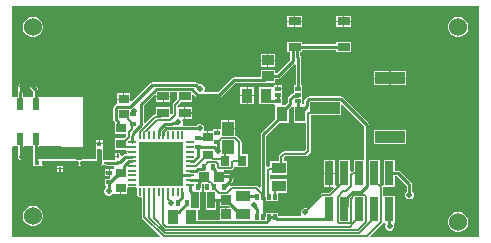
<source format=gtl>
G04*
G04 #@! TF.GenerationSoftware,Altium Limited,Altium Designer,23.5.1 (21)*
G04*
G04 Layer_Physical_Order=1*
G04 Layer_Color=255*
%FSLAX25Y25*%
%MOIN*%
G70*
G04*
G04 #@! TF.SameCoordinates,F3818A2F-99DD-4422-A772-264FF04CB145*
G04*
G04*
G04 #@! TF.FilePolarity,Positive*
G04*
G01*
G75*
%ADD12C,0.00500*%
%ADD15R,0.01181X0.00984*%
%ADD16R,0.02992X0.07992*%
%ADD17R,0.09843X0.03937*%
%ADD18R,0.03985X0.04758*%
%ADD19R,0.04134X0.02559*%
%ADD20R,0.03543X0.03150*%
%ADD21R,0.01968X0.01575*%
%ADD22R,0.01968X0.01476*%
%ADD23R,0.00758X0.02681*%
G04:AMPARAMS|DCode=24|XSize=26.81mil|YSize=7.58mil|CornerRadius=3.79mil|HoleSize=0mil|Usage=FLASHONLY|Rotation=270.000|XOffset=0mil|YOffset=0mil|HoleType=Round|Shape=RoundedRectangle|*
%AMROUNDEDRECTD24*
21,1,0.02681,0.00000,0,0,270.0*
21,1,0.01924,0.00758,0,0,270.0*
1,1,0.00758,0.00000,-0.00962*
1,1,0.00758,0.00000,0.00962*
1,1,0.00758,0.00000,0.00962*
1,1,0.00758,0.00000,-0.00962*
%
%ADD24ROUNDEDRECTD24*%
G04:AMPARAMS|DCode=25|XSize=7.58mil|YSize=26.81mil|CornerRadius=3.79mil|HoleSize=0mil|Usage=FLASHONLY|Rotation=270.000|XOffset=0mil|YOffset=0mil|HoleType=Round|Shape=RoundedRectangle|*
%AMROUNDEDRECTD25*
21,1,0.00758,0.01924,0,0,270.0*
21,1,0.00000,0.02681,0,0,270.0*
1,1,0.00758,-0.00962,0.00000*
1,1,0.00758,-0.00962,0.00000*
1,1,0.00758,0.00962,0.00000*
1,1,0.00758,0.00962,0.00000*
%
%ADD25ROUNDEDRECTD25*%
%ADD26R,0.01394X0.01034*%
%ADD27R,0.01788X0.01428*%
%ADD28R,0.01034X0.01394*%
%ADD29R,0.01428X0.01788*%
%ADD30R,0.03758X0.04969*%
%ADD31R,0.02362X0.03937*%
%ADD32R,0.01575X0.01968*%
%ADD33R,0.03174X0.03379*%
%ADD34R,0.03543X0.03150*%
%ADD35R,0.03937X0.03150*%
%ADD36R,0.03379X0.03174*%
%ADD37R,0.04969X0.03758*%
%ADD38R,0.01181X0.01870*%
%ADD39R,0.03937X0.03543*%
%ADD41R,0.15158X0.15158*%
%ADD51R,0.02559X0.05512*%
%ADD52R,0.03402X0.03150*%
%ADD53R,0.03150X0.03402*%
%ADD54C,0.01000*%
%ADD55C,0.00600*%
%ADD56C,0.00800*%
%ADD57C,0.00700*%
%ADD58C,0.00900*%
%ADD59C,0.00400*%
%ADD60C,0.01500*%
%ADD61C,0.06000*%
%ADD62C,0.02000*%
G36*
X235433Y79528D02*
X199272D01*
X199081Y79989D01*
X203101Y84009D01*
X203142Y84071D01*
X203374Y84284D01*
X203702Y84404D01*
X203944Y84404D01*
X204075Y84209D01*
X204196Y83904D01*
X204000Y83430D01*
Y82833D01*
X204228Y82282D01*
X204650Y81860D01*
X205202Y81631D01*
X205798D01*
X206350Y81860D01*
X206772Y82282D01*
X207000Y82833D01*
Y83430D01*
X206804Y83904D01*
X206925Y84209D01*
X207056Y84404D01*
X207296D01*
Y93196D01*
X203504Y93196D01*
X203310Y93616D01*
Y95992D01*
X203390Y96165D01*
X203760Y96412D01*
X207296D01*
Y99890D01*
X208016D01*
X211182Y96724D01*
Y94804D01*
X210828Y94450D01*
X210600Y93898D01*
Y93302D01*
X210828Y92750D01*
X211250Y92328D01*
X211802Y92100D01*
X212398D01*
X212950Y92328D01*
X213372Y92750D01*
X213600Y93302D01*
Y93898D01*
X213372Y94450D01*
X213018Y94804D01*
Y97104D01*
X212948Y97455D01*
X212749Y97753D01*
X209045Y101457D01*
X208747Y101656D01*
X208396Y101725D01*
X207296D01*
Y105204D01*
X203504D01*
Y96903D01*
X203384Y96817D01*
X203004Y96713D01*
X202296Y97421D01*
Y105204D01*
X198714D01*
Y117040D01*
X198644Y117391D01*
X198445Y117689D01*
X189916Y126217D01*
X189618Y126416D01*
X189267Y126486D01*
X178679D01*
X178328Y126416D01*
X178030Y126217D01*
X177323Y125510D01*
X177124Y125213D01*
X177054Y124861D01*
Y124227D01*
X176560Y123790D01*
X176373Y123815D01*
X176331Y123893D01*
Y125862D01*
Y130107D01*
X175964D01*
Y139453D01*
X175894Y139805D01*
X175695Y140102D01*
X175689Y140109D01*
Y141288D01*
X176298D01*
Y142050D01*
X187702D01*
Y141288D01*
X192636D01*
Y144647D01*
X187702D01*
Y143885D01*
X176298D01*
Y144647D01*
X171364D01*
Y141288D01*
X172450D01*
Y138706D01*
X167988Y134244D01*
X167269D01*
Y135314D01*
X162531D01*
Y132789D01*
X153496D01*
X153145Y132719D01*
X152847Y132520D01*
X148287Y127960D01*
X144079D01*
X143769Y128460D01*
X143887Y128744D01*
Y129341D01*
X143659Y129892D01*
X143237Y130314D01*
X142685Y130543D01*
X142089D01*
X141895Y130462D01*
X141464Y130894D01*
X141183Y131081D01*
X140851Y131147D01*
X126169D01*
X125837Y131081D01*
X125556Y130894D01*
X119534Y124871D01*
X119072Y125063D01*
Y125361D01*
X116900D01*
X114728D01*
Y123921D01*
X114445Y123865D01*
X114163Y123677D01*
X113665Y123179D01*
X113478Y122898D01*
X113412Y122566D01*
Y118712D01*
X113478Y118381D01*
X113665Y118100D01*
X113983Y117782D01*
Y117180D01*
X114000Y117097D01*
Y114081D01*
X117627D01*
X117668Y114032D01*
X117668Y114031D01*
Y113139D01*
X117048Y112519D01*
X114000D01*
Y108570D01*
X117683D01*
X117768Y108508D01*
X117981Y108173D01*
X119783D01*
Y107773D01*
X118034D01*
X117827Y107416D01*
X117723Y107315D01*
X117319D01*
X116968Y107245D01*
X116670Y107046D01*
X116241Y106618D01*
X115779Y106809D01*
Y107527D01*
X115062D01*
Y106430D01*
X114862D01*
Y106230D01*
X113945D01*
Y105248D01*
X110926D01*
X110798Y105223D01*
X109935D01*
X109916Y105715D01*
Y108124D01*
X109874Y108336D01*
Y110447D01*
X108760D01*
X107646D01*
Y108500D01*
X107571Y108124D01*
Y105503D01*
X102999D01*
X102551Y105414D01*
X102302Y105248D01*
X101669D01*
X101446Y105397D01*
X100997Y105486D01*
X95641D01*
X95556Y105503D01*
X90388D01*
X90094Y105445D01*
X88418D01*
Y109430D01*
X88772Y109783D01*
X103150Y109689D01*
Y126378D01*
X89081D01*
Y126384D01*
X88418D01*
Y128709D01*
X88348Y129061D01*
X88149Y129358D01*
X87482Y130025D01*
X87440Y130239D01*
X87241Y130537D01*
X86943Y130736D01*
X86592Y130806D01*
X86241Y130736D01*
X85943Y130537D01*
X85744Y130239D01*
X85674Y129888D01*
Y129617D01*
X85744Y129266D01*
X85943Y128969D01*
X86582Y128329D01*
Y126384D01*
X85919D01*
Y126378D01*
X83963D01*
Y126384D01*
X83299D01*
Y127494D01*
X83312Y127514D01*
X83382Y127865D01*
Y129355D01*
X83504Y129537D01*
X83574Y129888D01*
X83504Y130239D01*
X83305Y130537D01*
X83007Y130736D01*
X82656Y130806D01*
X82305Y130736D01*
X82007Y130537D01*
X81816Y130345D01*
X81617Y130048D01*
X81547Y129697D01*
Y128152D01*
X81534Y128133D01*
X81464Y127782D01*
Y126384D01*
X80801D01*
Y126378D01*
X79528D01*
Y156693D01*
X235433D01*
Y79528D01*
D02*
G37*
G36*
X134775Y125563D02*
X133390Y124177D01*
X133224Y123929D01*
X133166Y123637D01*
Y120627D01*
X132921Y120433D01*
X132425Y120655D01*
Y122919D01*
X127688D01*
Y120484D01*
X127397D01*
X127105Y120426D01*
X126857Y120260D01*
X124080Y117483D01*
X123618Y117674D01*
Y123520D01*
X127226Y127129D01*
X127688Y126937D01*
Y126656D01*
X132425D01*
Y128013D01*
X134775D01*
Y125563D01*
D02*
G37*
G36*
X174129Y137082D02*
Y130107D01*
X173562D01*
Y127656D01*
X173330Y127610D01*
X173033Y127411D01*
X171790Y126168D01*
X171591Y125871D01*
X171521Y125519D01*
Y124379D01*
X170627Y123485D01*
X169858D01*
X169638Y123893D01*
X169638Y123985D01*
Y125862D01*
Y128769D01*
X168254D01*
Y128969D01*
X168053D01*
Y130107D01*
X166869D01*
Y129739D01*
X166433Y129585D01*
Y129585D01*
X161875D01*
Y123816D01*
X166434D01*
Y123860D01*
X167066D01*
X167367Y123485D01*
X167367Y123360D01*
Y119013D01*
X162767Y114414D01*
X162568Y114116D01*
X162498Y113765D01*
Y96127D01*
X162036Y95935D01*
X161533Y96438D01*
X161302Y96593D01*
X161029Y96647D01*
X152870D01*
X152597Y96593D01*
X152533Y96550D01*
X152214Y96939D01*
X153049Y97773D01*
X153248Y98071D01*
X153318Y98422D01*
Y98920D01*
X153549Y99151D01*
X153748Y99449D01*
X153818Y99800D01*
X153748Y100151D01*
X153549Y100449D01*
X153251Y100648D01*
X152900Y100718D01*
X150452D01*
Y101784D01*
X152530D01*
X152823Y101842D01*
X153071Y102008D01*
X153510Y102447D01*
X153676Y102695D01*
X153705Y102841D01*
X154181Y102899D01*
X154181Y102899D01*
X154181Y102899D01*
X158130D01*
Y107100D01*
X156220D01*
Y111119D01*
X156162Y111412D01*
X155996Y111660D01*
X155996Y111660D01*
X154544Y113112D01*
X154296Y113278D01*
X154092Y113319D01*
Y115557D01*
X151700D01*
Y115757D01*
X151500D01*
Y118536D01*
X149308D01*
Y115562D01*
X148300D01*
Y114375D01*
X147900D01*
Y115562D01*
X146716D01*
Y114928D01*
X145100D01*
Y112953D01*
X144700D01*
Y114928D01*
X144003D01*
X143669Y115428D01*
X143700Y115502D01*
Y116098D01*
X143472Y116650D01*
X143050Y117072D01*
X142498Y117300D01*
X141902D01*
X141350Y117072D01*
X140982Y116704D01*
X136792D01*
X136482Y117204D01*
X136600Y117488D01*
Y118084D01*
X136441Y118469D01*
X136691Y118969D01*
X136943D01*
Y120944D01*
Y122919D01*
X134934D01*
X134794Y123419D01*
X135856Y124481D01*
X139512D01*
Y126983D01*
X139974Y127174D01*
X140754Y126394D01*
X141052Y126195D01*
X141403Y126125D01*
X148667D01*
X149019Y126195D01*
X149316Y126394D01*
X153876Y130953D01*
X163628D01*
X163717Y130971D01*
X167269D01*
Y132409D01*
X168368D01*
X168720Y132479D01*
X169017Y132678D01*
X173629Y137289D01*
X174129Y137082D01*
D02*
G37*
G36*
X196878Y116660D02*
Y105204D01*
X193504D01*
Y101471D01*
X193154D01*
X192900Y101420D01*
X192796Y101350D01*
X192296Y101525D01*
Y105204D01*
X188504D01*
Y97421D01*
X187796Y96713D01*
X187296Y96920D01*
Y100608D01*
X185600D01*
Y96412D01*
X186787D01*
X186995Y95912D01*
X185293Y94210D01*
X183096D01*
X182823Y94155D01*
X182591Y94001D01*
X177834Y89244D01*
X177698Y89300D01*
X177102D01*
X176550Y89072D01*
X176128Y88650D01*
X175900Y88098D01*
Y87502D01*
X176087Y87049D01*
X175876Y86549D01*
X168502D01*
X168437Y86615D01*
X168343Y86677D01*
Y87736D01*
X164394D01*
Y91664D01*
X168343D01*
Y94266D01*
X171385D01*
Y98825D01*
X165622D01*
Y100375D01*
X171385D01*
Y104934D01*
X170186D01*
Y105941D01*
X170728Y106483D01*
X177452D01*
X177453Y106483D01*
X177765Y106545D01*
X178029Y106722D01*
X179010Y107703D01*
X179010Y107703D01*
X179187Y107967D01*
X179249Y108279D01*
Y120316D01*
X182405D01*
X182405Y120316D01*
X182484Y120332D01*
X189295D01*
Y123590D01*
X189756Y123782D01*
X196878Y116660D01*
D02*
G37*
G36*
X173421Y123094D02*
X173475Y123053D01*
Y117716D01*
X177618D01*
Y108617D01*
X177115Y108114D01*
X170390D01*
X170078Y108052D01*
X169813Y107875D01*
X169813Y107875D01*
X168794Y106856D01*
X168617Y106591D01*
X168555Y106279D01*
X168555Y106279D01*
Y104934D01*
X165615D01*
Y103124D01*
X165275D01*
X164963Y103062D01*
X164833Y102976D01*
X164390Y103149D01*
X164333Y103197D01*
Y113385D01*
X168664Y117716D01*
X171925D01*
Y122187D01*
X172975Y123237D01*
X173421Y123094D01*
D02*
G37*
G36*
X143587Y97132D02*
Y96300D01*
X144775D01*
Y95900D01*
X143587D01*
Y94716D01*
X144178D01*
Y88744D01*
X147537D01*
Y91198D01*
X148811D01*
Y90078D01*
X151764D01*
X152258Y89584D01*
X152067Y89122D01*
X151100D01*
Y87135D01*
X150900D01*
Y86935D01*
X148811D01*
Y85384D01*
X141633D01*
Y88744D01*
X142222D01*
Y94716D01*
X142813D01*
Y96299D01*
X142830Y96387D01*
Y97266D01*
X143087Y97416D01*
X143587Y97132D01*
D02*
G37*
G36*
X81601Y109829D02*
Y106409D01*
X81671Y106058D01*
X81870Y105760D01*
X82007Y105623D01*
X82305Y105424D01*
X82656Y105354D01*
X83007Y105424D01*
X83305Y105623D01*
X83504Y105921D01*
X83574Y106272D01*
X83504Y106623D01*
X83437Y106724D01*
Y109462D01*
X83791Y109815D01*
X86582Y109797D01*
Y104643D01*
X86652Y104292D01*
X86698Y104223D01*
Y103217D01*
X90094D01*
X90388Y103158D01*
X94683D01*
Y102499D01*
X95600D01*
X96517D01*
Y103141D01*
X100997D01*
X101446Y103231D01*
X101720Y103413D01*
X102302D01*
X102551Y103247D01*
X102999Y103158D01*
X108744D01*
X109192Y103247D01*
X109445Y103416D01*
X109935Y103439D01*
X109935Y103439D01*
X110798D01*
X110926Y103413D01*
X113455D01*
X113533Y103321D01*
X113628Y102861D01*
X113628D01*
Y102561D01*
X113384Y102162D01*
X112200D01*
Y100975D01*
Y99614D01*
X112321Y99334D01*
X112059Y99013D01*
X110616D01*
Y96638D01*
X110982D01*
Y96104D01*
X110628Y95750D01*
X110400Y95198D01*
Y94602D01*
X110628Y94050D01*
X111050Y93628D01*
X111602Y93400D01*
X112198D01*
X112750Y93628D01*
X113128Y94007D01*
X113628Y93990D01*
X113688Y93990D01*
X115600D01*
Y95965D01*
X116000D01*
Y93990D01*
X117972D01*
Y95987D01*
X118472Y96246D01*
X118518Y96215D01*
X118822Y96155D01*
X120745D01*
X120815Y96169D01*
X121315Y96057D01*
X121426Y95557D01*
X121413Y95487D01*
Y93564D01*
X121473Y93260D01*
X121645Y93002D01*
X121903Y92830D01*
X122207Y92769D01*
X122511Y92830D01*
X122568Y92868D01*
X123068Y92619D01*
Y86251D01*
X123122Y85978D01*
X123277Y85746D01*
X129033Y79989D01*
X128842Y79528D01*
X79528D01*
Y109488D01*
X79882Y109840D01*
X81601Y109829D01*
D02*
G37*
%LPC*%
G36*
X176298Y153112D02*
X174031D01*
Y151632D01*
X176298D01*
Y153112D01*
D02*
G37*
G36*
X192636D02*
X190369D01*
Y151632D01*
X192636D01*
Y153112D01*
D02*
G37*
G36*
X189969D02*
X187702D01*
Y151632D01*
X189969D01*
Y153112D01*
D02*
G37*
G36*
X173631D02*
X171364D01*
Y151632D01*
X173631D01*
Y153112D01*
D02*
G37*
G36*
X192636Y151232D02*
X190369D01*
Y149753D01*
X192636D01*
Y151232D01*
D02*
G37*
G36*
X189969D02*
X187702D01*
Y149753D01*
X189969D01*
Y151232D01*
D02*
G37*
G36*
X176298D02*
X174031D01*
Y149753D01*
X176298D01*
Y151232D01*
D02*
G37*
G36*
X173631D02*
X171364D01*
Y149753D01*
X173631D01*
Y151232D01*
D02*
G37*
G36*
X228794Y153006D02*
X227899D01*
X227034Y152775D01*
X226259Y152327D01*
X225626Y151694D01*
X225178Y150919D01*
X224946Y150054D01*
Y149159D01*
X225178Y148294D01*
X225626Y147519D01*
X226259Y146886D01*
X227034Y146438D01*
X227899Y146206D01*
X228794D01*
X229659Y146438D01*
X230434Y146886D01*
X231067Y147519D01*
X231515Y148294D01*
X231747Y149159D01*
Y150054D01*
X231515Y150919D01*
X231067Y151694D01*
X230434Y152327D01*
X229659Y152775D01*
X228794Y153006D01*
D02*
G37*
G36*
X87062D02*
X86167D01*
X85302Y152775D01*
X84526Y152327D01*
X83894Y151694D01*
X83446Y150919D01*
X83214Y150054D01*
Y149159D01*
X83446Y148294D01*
X83894Y147519D01*
X84526Y146886D01*
X85302Y146438D01*
X86167Y146206D01*
X87062D01*
X87927Y146438D01*
X88702Y146886D01*
X89335Y147519D01*
X89783Y148294D01*
X90014Y149159D01*
Y150054D01*
X89783Y150919D01*
X89335Y151694D01*
X88702Y152327D01*
X87927Y152775D01*
X87062Y153006D01*
D02*
G37*
G36*
X167269Y140629D02*
X165100D01*
Y138657D01*
X167269D01*
Y140629D01*
D02*
G37*
G36*
X164700D02*
X162531D01*
Y138657D01*
X164700D01*
Y140629D01*
D02*
G37*
G36*
X167269Y138258D02*
X165100D01*
Y136286D01*
X167269D01*
Y138258D01*
D02*
G37*
G36*
X164700D02*
X162531D01*
Y136286D01*
X164700D01*
Y138258D01*
D02*
G37*
G36*
X210948Y134911D02*
X205827D01*
Y132743D01*
X210948D01*
Y134911D01*
D02*
G37*
G36*
X205427D02*
X200306D01*
Y132743D01*
X205427D01*
Y134911D01*
D02*
G37*
G36*
X210948Y132343D02*
X205827D01*
Y130174D01*
X210948D01*
Y132343D01*
D02*
G37*
G36*
X205427D02*
X200306D01*
Y130174D01*
X205427D01*
Y132343D01*
D02*
G37*
G36*
X119072Y127535D02*
X117100D01*
Y125761D01*
X119072D01*
Y127535D01*
D02*
G37*
G36*
X116700D02*
X114728D01*
Y125761D01*
X116700D01*
Y127535D01*
D02*
G37*
G36*
X109874Y111941D02*
X108960D01*
Y110847D01*
X109874D01*
Y111941D01*
D02*
G37*
G36*
X108560D02*
X107646D01*
Y110847D01*
X108560D01*
Y111941D01*
D02*
G37*
G36*
X210948Y115226D02*
X200306D01*
Y110489D01*
X210948D01*
Y115226D01*
D02*
G37*
G36*
X114662Y107527D02*
X113945D01*
Y106630D01*
X114662D01*
Y107527D01*
D02*
G37*
G36*
X228794Y88046D02*
X227899D01*
X227034Y87814D01*
X226259Y87366D01*
X225626Y86733D01*
X225178Y85958D01*
X224946Y85093D01*
Y84198D01*
X225178Y83333D01*
X225626Y82558D01*
X226259Y81925D01*
X227034Y81477D01*
X227899Y81246D01*
X228794D01*
X229659Y81477D01*
X230434Y81925D01*
X231067Y82558D01*
X231515Y83333D01*
X231747Y84198D01*
Y85093D01*
X231515Y85958D01*
X231067Y86733D01*
X230434Y87366D01*
X229659Y87814D01*
X228794Y88046D01*
D02*
G37*
G36*
X132425Y126256D02*
X130257D01*
Y124481D01*
X132425D01*
Y126256D01*
D02*
G37*
G36*
X129857D02*
X127688D01*
Y124481D01*
X129857D01*
Y126256D01*
D02*
G37*
G36*
X169638Y130107D02*
X168454D01*
Y129168D01*
X169638D01*
Y130107D01*
D02*
G37*
G36*
X160325Y129585D02*
X158246D01*
Y126900D01*
X160325D01*
Y129585D01*
D02*
G37*
G36*
X157846D02*
X155766D01*
Y126900D01*
X157846D01*
Y129585D01*
D02*
G37*
G36*
X160325Y126500D02*
X158246D01*
Y123816D01*
X160325D01*
Y126500D01*
D02*
G37*
G36*
X157846D02*
X155766D01*
Y123816D01*
X157846D01*
Y126500D01*
D02*
G37*
G36*
X139512Y122919D02*
X137343D01*
Y121144D01*
X139512D01*
Y122919D01*
D02*
G37*
G36*
Y120744D02*
X137343D01*
Y118969D01*
X139512D01*
Y120744D01*
D02*
G37*
G36*
X154092Y118536D02*
X151900D01*
Y115957D01*
X154092D01*
Y118536D01*
D02*
G37*
G36*
X187296Y105204D02*
X185600D01*
Y101008D01*
X187296D01*
Y105204D01*
D02*
G37*
G36*
X185200D02*
X183504D01*
Y101008D01*
X185200D01*
Y105204D01*
D02*
G37*
G36*
Y100608D02*
X183504D01*
Y96412D01*
X185200D01*
Y100608D01*
D02*
G37*
G36*
X150700Y89122D02*
X148811D01*
Y87335D01*
X150700D01*
Y89122D01*
D02*
G37*
G36*
X96517Y102099D02*
X95800D01*
Y101202D01*
X96517D01*
Y102099D01*
D02*
G37*
G36*
X95400D02*
X94683D01*
Y101202D01*
X95400D01*
Y102099D01*
D02*
G37*
G36*
X111800Y102162D02*
X110616D01*
Y101175D01*
X111800D01*
Y102162D01*
D02*
G37*
G36*
Y100775D02*
X110616D01*
Y99787D01*
X111800D01*
Y100775D01*
D02*
G37*
G36*
X87062Y90014D02*
X86167D01*
X85302Y89783D01*
X84526Y89335D01*
X83894Y88702D01*
X83446Y87927D01*
X83214Y87062D01*
Y86167D01*
X83446Y85302D01*
X83894Y84526D01*
X84526Y83894D01*
X85302Y83446D01*
X86167Y83214D01*
X87062D01*
X87927Y83446D01*
X88702Y83894D01*
X89335Y84526D01*
X89783Y85302D01*
X90014Y86167D01*
Y87062D01*
X89783Y87927D01*
X89335Y88702D01*
X88702Y89335D01*
X87927Y89783D01*
X87062Y90014D01*
D02*
G37*
%LPD*%
D12*
X189993Y94804D02*
X190807D01*
X188254Y93065D02*
X189993Y94804D01*
X188254Y84535D02*
Y93065D01*
X190807Y94804D02*
X192546Y96543D01*
Y100200D02*
X193154Y100808D01*
X192546Y92357D02*
X193635Y93446D01*
X188635Y84154D02*
X192165D01*
X188254Y84535D02*
X188635Y84154D01*
X130081Y83982D02*
Y94525D01*
X131097Y82965D02*
X192250D01*
X193446Y84162D01*
Y84346D01*
X195400Y86300D01*
Y88800D01*
X126931Y85859D02*
Y94525D01*
Y85859D02*
X130725Y82065D01*
X195077D01*
X197546Y84535D01*
X192546D02*
Y92357D01*
Y96543D02*
Y100200D01*
X192165Y84154D02*
X192546Y84535D01*
X197546D02*
Y93065D01*
X197165Y93446D02*
X197546Y93065D01*
X193635Y93446D02*
X197165D01*
X193154Y100808D02*
X195400D01*
X130081Y83982D02*
X131097Y82965D01*
D15*
X108760Y104331D02*
D03*
X110926D02*
D03*
D16*
X185400Y88800D02*
D03*
Y100808D02*
D03*
X190400Y88800D02*
D03*
Y100808D02*
D03*
X195400Y88800D02*
D03*
Y100808D02*
D03*
X200400Y88800D02*
D03*
Y100808D02*
D03*
X205400Y88800D02*
D03*
Y100808D02*
D03*
D17*
X205627Y112857D02*
D03*
Y132543D02*
D03*
X183973Y122700D02*
D03*
D18*
X151700Y109443D02*
D03*
Y115757D02*
D03*
D19*
X190169Y142968D02*
D03*
X173831D02*
D03*
X190169Y151432D02*
D03*
X173831D02*
D03*
D20*
X116900Y120639D02*
D03*
Y125561D02*
D03*
X115800Y100886D02*
D03*
Y95965D02*
D03*
D21*
X120100Y120475D02*
D03*
Y117325D02*
D03*
X112000Y100975D02*
D03*
Y97825D02*
D03*
X148100Y111225D02*
D03*
Y114375D02*
D03*
X141600Y112675D02*
D03*
Y109525D02*
D03*
D22*
X174946Y128969D02*
D03*
Y127000D02*
D03*
Y125031D02*
D03*
X168254D02*
D03*
Y127000D02*
D03*
Y128969D02*
D03*
D23*
X136380Y113545D02*
D03*
D24*
X134805D02*
D03*
X133230D02*
D03*
X131656D02*
D03*
X130081D02*
D03*
X126931D02*
D03*
X125356D02*
D03*
X123782D02*
D03*
X122207D02*
D03*
Y94525D02*
D03*
X128506D02*
D03*
X133230D02*
D03*
X134805D02*
D03*
X136380D02*
D03*
X128506Y113545D02*
D03*
X123782Y94525D02*
D03*
X125356D02*
D03*
X126931D02*
D03*
X130081D02*
D03*
X131656D02*
D03*
D25*
X119783Y111122D02*
D03*
Y109547D02*
D03*
Y107973D02*
D03*
Y106398D02*
D03*
Y104823D02*
D03*
Y103248D02*
D03*
Y101673D02*
D03*
Y100098D02*
D03*
Y98524D02*
D03*
Y96949D02*
D03*
X138803D02*
D03*
Y98524D02*
D03*
Y100098D02*
D03*
Y101673D02*
D03*
Y103248D02*
D03*
Y104823D02*
D03*
Y106398D02*
D03*
Y107973D02*
D03*
Y109547D02*
D03*
Y111122D02*
D03*
D26*
X102999Y104331D02*
D03*
X100997D02*
D03*
D27*
X87992D02*
D03*
X90388D02*
D03*
D28*
X114862Y104428D02*
D03*
Y106430D02*
D03*
X95600Y104301D02*
D03*
Y102299D02*
D03*
D29*
X108760Y108251D02*
D03*
Y110647D02*
D03*
D30*
X158046Y126700D02*
D03*
X164154D02*
D03*
X169646Y120600D02*
D03*
X175754D02*
D03*
X139354Y86100D02*
D03*
X133246D02*
D03*
D31*
X87500Y112205D02*
D03*
Y124016D02*
D03*
X82382D02*
D03*
Y112205D02*
D03*
D32*
X134825Y91000D02*
D03*
X137975D02*
D03*
X141625Y96100D02*
D03*
X144775D02*
D03*
X147125D02*
D03*
X150275D02*
D03*
X143525Y102800D02*
D03*
X146675D02*
D03*
D33*
X148465Y99700D02*
D03*
X143535D02*
D03*
D34*
X144900Y112953D02*
D03*
Y107047D02*
D03*
D35*
X130057Y126456D02*
D03*
X137143D02*
D03*
Y120944D02*
D03*
X130057D02*
D03*
D36*
X150900Y87135D02*
D03*
Y92065D02*
D03*
D37*
X168500Y102654D02*
D03*
Y96546D02*
D03*
X156600Y87246D02*
D03*
Y93354D02*
D03*
D38*
X161447Y92999D02*
D03*
X163416D02*
D03*
X165384D02*
D03*
X167353D02*
D03*
Y86401D02*
D03*
X165384D02*
D03*
X163416D02*
D03*
X161447D02*
D03*
D39*
X164900Y138458D02*
D03*
Y133142D02*
D03*
D41*
X129293Y104035D02*
D03*
D51*
X140543Y91900D02*
D03*
X145857D02*
D03*
D52*
X116101Y116056D02*
D03*
Y110545D02*
D03*
D53*
X150645Y104999D02*
D03*
X156156D02*
D03*
D54*
X169646Y119995D02*
Y120600D01*
X163416Y113765D02*
X169646Y119995D01*
X163416Y92999D02*
Y113765D01*
X178679Y125568D02*
X189267D01*
X197796Y117040D01*
X174618Y142968D02*
X190169D01*
X173992D02*
X174305Y142654D01*
X174771Y142188D01*
X173368Y138326D02*
Y142505D01*
X173831Y142968D01*
X168368Y133327D02*
X173368Y138326D01*
X165084Y133327D02*
X168368D01*
X174771Y139729D02*
Y142188D01*
X174946Y128969D02*
X175047D01*
Y139453D01*
X174771Y139729D02*
X175047Y139453D01*
X148465Y99700D02*
X148565Y99800D01*
X152900D01*
X123900Y109500D02*
X124200D01*
X133602Y100098D02*
X138803D01*
X131100Y102600D02*
X133602Y100098D01*
X127600Y106100D02*
X131100Y102600D01*
X124200Y109500D02*
X127600Y106100D01*
X86592Y129617D02*
Y129888D01*
X152400Y99300D02*
X152900Y99800D01*
X150275Y96100D02*
Y96297D01*
X152400Y98422D01*
Y99300D01*
X141600Y112675D02*
X144622D01*
X144900Y112953D01*
X165294Y85394D02*
Y86310D01*
X140734Y84466D02*
X164366D01*
X165294Y85394D01*
Y86310D02*
X165384Y86401D01*
X167353D01*
X208396Y100808D02*
X212100Y97104D01*
Y93600D02*
Y97104D01*
X167353Y86056D02*
Y86401D01*
Y86056D02*
X167443Y85966D01*
X167788D01*
X168122Y85632D01*
X184404D01*
X205400Y100808D02*
X208396D01*
X205450Y83182D02*
X205500Y83131D01*
X205450Y83182D02*
Y88750D01*
X205400Y88800D02*
X205450Y88750D01*
X185400Y86628D02*
Y88800D01*
X184404Y85632D02*
X185400Y86628D01*
X190400Y88800D02*
X191396Y89796D01*
Y92834D01*
X193199Y94636D01*
X195993D01*
X197796Y96439D01*
Y117040D01*
X177972Y124861D02*
X178679Y125568D01*
X177972Y123423D02*
Y124861D01*
X176799Y122250D02*
X177972Y123423D01*
X175350Y122250D02*
X176799D01*
X139354Y85846D02*
Y86100D01*
Y85846D02*
X140734Y84466D01*
X175350Y121408D02*
Y122250D01*
Y121004D02*
Y121408D01*
Y121004D02*
X175754Y120600D01*
X174946Y121408D02*
X175350Y121004D01*
X174946Y122250D02*
Y125031D01*
Y121408D02*
Y122250D01*
X161447Y86401D02*
Y88836D01*
X160300Y89983D02*
X161447Y88836D01*
X160300Y89983D02*
Y90200D01*
X133272Y86100D02*
X133561Y86390D01*
Y87021D01*
X134625Y88085D01*
X137687Y90713D02*
X137975Y91000D01*
X134625Y88085D02*
X135256D01*
X137687Y90516D01*
Y90713D01*
X133246Y86100D02*
Y86705D01*
X147378Y100787D02*
X148465Y99700D01*
X147378Y100787D02*
Y101900D01*
X146675Y102603D02*
X147378Y101900D01*
X146675Y102603D02*
Y102800D01*
X120001Y114110D02*
X122700Y116809D01*
Y123900D01*
X127188Y128388D01*
X120100Y120475D02*
X120250Y120625D01*
Y121450D01*
X120400Y121600D01*
X87500Y124016D02*
Y128709D01*
X86592Y129617D02*
X87500Y128709D01*
X82382Y112205D02*
X82519Y112068D01*
Y106409D02*
Y112068D01*
Y106409D02*
X82656Y106272D01*
X82465Y129697D02*
X82656Y129888D01*
X82465Y127865D02*
Y129697D01*
X82382Y127782D02*
X82465Y127865D01*
X82382Y124016D02*
Y127782D01*
X169646Y120600D02*
Y121205D01*
X172439Y123999D01*
Y125519D01*
X173681Y126762D01*
X174708D01*
X174946Y127000D01*
X163400Y125946D02*
X164154Y126700D01*
X163400Y125754D02*
Y125946D01*
Y125754D02*
X164377Y124778D01*
X167769D01*
Y124793D01*
X168008Y125031D01*
X168254D01*
Y127000D01*
X141913Y97975D02*
X143535Y99597D01*
X163416Y92999D02*
X163476Y92939D01*
X163416Y86401D02*
X163476Y86461D01*
Y92939D01*
X148667Y127042D02*
X153496Y131871D01*
X163628D01*
X165084Y133327D01*
X141403Y127042D02*
X148667D01*
X139546Y128900D02*
X141403Y127042D01*
X139515Y128900D02*
X139546D01*
X139485Y128931D02*
X139515Y128900D01*
X127715Y128931D02*
X139485D01*
X127188Y128403D02*
X127715Y128931D01*
X127188Y128388D02*
Y128403D01*
X120001Y113461D02*
Y114110D01*
X119783Y113243D02*
X120001Y113461D01*
X119783Y111122D02*
Y113243D01*
X141625Y96100D02*
X141913Y96387D01*
Y97975D01*
X138803Y94828D02*
Y96949D01*
Y94828D02*
X139475Y94156D01*
X139763D01*
X140543Y93376D01*
Y91900D02*
Y93376D01*
X138803Y98524D02*
X142448D01*
X136380Y92752D02*
Y94525D01*
X134825Y91000D02*
X135113Y91287D01*
Y91484D01*
X136380Y92752D01*
X128506Y115146D02*
X130729Y117369D01*
X128506Y113545D02*
Y115146D01*
X133079Y117595D02*
X134909D01*
X135100Y117786D01*
X132854Y117369D02*
X133079Y117595D01*
X130729Y117369D02*
X132854D01*
X142186Y115786D02*
X142200Y115800D01*
X134272Y115786D02*
X134272Y115786D01*
X131126Y115786D02*
X134272D01*
X134272Y115786D02*
X142186D01*
X130081Y114741D02*
X131126Y115786D01*
X130081Y113545D02*
Y114741D01*
X111900Y97538D02*
X112187Y97825D01*
X112197D01*
X111900Y94900D02*
Y97538D01*
X117319Y106398D02*
X119783D01*
X115546Y104625D02*
X117319Y106398D01*
X114862Y104428D02*
Y104608D01*
X114879Y104625D01*
X115546D01*
X117072Y103309D02*
X118586Y104823D01*
X119783D01*
X115800Y100886D02*
X115997D01*
X117072Y101961D01*
Y103309D01*
X112197Y97825D02*
X114183Y99811D01*
X114725D01*
X115800Y100886D01*
X110926Y104331D02*
X114845D01*
X114862Y104348D01*
Y104428D01*
X87500Y104643D02*
Y112205D01*
Y104643D02*
X87812Y104331D01*
X87992D01*
D55*
X152870Y95934D02*
X161029D01*
X162738Y94224D01*
X163125Y93290D02*
Y93837D01*
X162738Y94224D02*
X163125Y93837D01*
X162738Y94224D02*
Y94224D01*
X163125Y93290D02*
X163416Y92999D01*
X151352Y94416D02*
X152870Y95934D01*
X190400Y98308D02*
Y100808D01*
X177400Y87800D02*
X183096Y93496D01*
X185588D01*
X190400Y98308D01*
X130155Y79878D02*
X197960D01*
X202596Y84514D01*
Y96112D01*
X200400Y98308D02*
X202596Y96112D01*
X200400Y98308D02*
Y100808D01*
X130519Y80927D02*
X195282D01*
X198496Y84141D01*
Y84396D01*
X200400Y86300D01*
Y88800D01*
X123782Y86251D02*
Y94525D01*
Y86251D02*
X130155Y79878D01*
X125356Y86090D02*
Y94525D01*
Y86090D02*
X130519Y80927D01*
X167353Y92999D02*
Y95398D01*
X168500Y96546D01*
X148613Y94416D02*
X151352D01*
X147125Y95903D02*
X148613Y94416D01*
X147125Y95903D02*
Y96100D01*
X143535Y99597D02*
X144822Y98311D01*
X144924D01*
X131656Y92223D02*
Y94525D01*
Y92223D02*
X132500Y91379D01*
X146638Y96587D02*
Y96597D01*
X143535Y99597D02*
Y99700D01*
X146638Y96587D02*
X147125Y96100D01*
X132500Y91000D02*
Y91379D01*
D56*
X178902Y121132D02*
X182405D01*
X164806Y101840D02*
X165275Y102308D01*
X178434Y108279D02*
Y120663D01*
X170390Y107299D02*
X177453D01*
X164806Y93922D02*
X165194Y93534D01*
X169371Y103525D02*
Y106279D01*
X165275Y102308D02*
X168154D01*
X165194Y93190D02*
X165384Y92999D01*
X177453Y107299D02*
X178434Y108279D01*
X164806Y93922D02*
Y101840D01*
X182405Y121132D02*
X183973Y122700D01*
X168154Y102308D02*
X169371Y103525D01*
X178434Y120663D02*
X178902Y121132D01*
X169371Y106279D02*
X170390Y107299D01*
X165194Y93190D02*
Y93534D01*
X116101Y110545D02*
X117098Y109547D01*
X119783D01*
X116900Y120639D02*
X117097D01*
X118272Y119465D01*
Y118957D02*
Y119465D01*
Y118957D02*
X119903Y117325D01*
X118483Y112802D02*
Y114032D01*
X119516Y115463D02*
Y116938D01*
X116226Y110545D02*
X118483Y112802D01*
X116101Y110545D02*
X116226D01*
X118701Y114649D02*
X119516Y115463D01*
Y116938D02*
X119903Y117325D01*
X118483Y114032D02*
X118701Y114249D01*
Y114649D01*
D57*
X122653Y114975D02*
X127397Y119719D01*
X128832D01*
X152530Y102549D02*
X152969Y102988D01*
X153379Y104999D02*
X156156D01*
X152969Y104589D02*
X153379Y104999D01*
X152969Y102988D02*
Y104589D01*
X148759Y102549D02*
X152530D01*
X144924Y98311D02*
X145401Y97834D01*
X145873D01*
X146312Y97395D01*
Y96923D02*
Y97395D01*
X150645Y104999D02*
Y108388D01*
X151700Y109443D01*
X143525Y102800D02*
Y102997D01*
X145063Y104534D01*
X148266Y103042D02*
Y104041D01*
X147773Y104534D02*
X148266Y104041D01*
Y103042D02*
X148759Y102549D01*
X145063Y104534D02*
X147773D01*
X146322Y105822D02*
X146629D01*
X146732Y105720D02*
X149924D01*
X146629Y105822D02*
X146732Y105720D01*
X149924D02*
X150645Y104999D01*
X155456Y105700D02*
Y111119D01*
Y105700D02*
X156156Y104999D01*
X154003Y112572D02*
X155456Y111119D01*
X149397Y112572D02*
X154003D01*
X148858Y112032D02*
X149397Y112572D01*
X148858Y111786D02*
Y112032D01*
X148297Y111225D02*
X148858Y111786D01*
X148100Y111225D02*
X148297D01*
X145097Y107047D02*
X146322Y105822D01*
X143478Y105818D02*
Y105822D01*
X140908Y103248D02*
X143478Y105818D01*
X138803Y103248D02*
X140908D01*
X143478Y105822D02*
X144703Y107047D01*
X145097D01*
X146312Y96923D02*
X146638Y96597D01*
X132336Y118619D02*
X133930Y120214D01*
Y123637D01*
X124227Y114975D02*
X127872Y118619D01*
X132336D01*
X123782Y114523D02*
X124227Y114969D01*
Y114975D01*
X133930Y123637D02*
X136750Y126456D01*
X137143D01*
X123782Y113545D02*
Y114523D01*
X122207Y113545D02*
Y114523D01*
X122653Y114969D01*
Y114975D01*
X128832Y119719D02*
X130057Y120944D01*
D58*
X146971Y109525D02*
X148196Y108300D01*
X148200D01*
X141623Y102266D02*
X143188D01*
X141030Y101673D02*
X141623Y102266D01*
X138803Y101673D02*
X141030D01*
X143525Y102603D02*
Y102800D01*
X143188Y102266D02*
X143525Y102603D01*
X148150Y108346D02*
Y111175D01*
X148100Y111225D02*
X148150Y111175D01*
X141600Y109525D02*
X146971D01*
X140001Y104823D02*
X141600Y106422D01*
X138803Y104823D02*
X140001D01*
X141600Y106422D02*
Y109525D01*
X156600Y93354D02*
X161307D01*
X161447Y93214D01*
Y92999D02*
Y93214D01*
X150900Y92065D02*
X151003D01*
X154393Y88675D01*
X155171D01*
X156600Y87246D01*
X146022Y92065D02*
X150900D01*
X145857Y91900D02*
X146022Y92065D01*
X142089Y129042D02*
X142387D01*
X140851Y130281D02*
X142089Y129042D01*
X126169Y130281D02*
X140851D01*
X118952Y123064D02*
X126169Y130281D01*
X114776Y123064D02*
X118952D01*
X114278Y118712D02*
Y122566D01*
X114776Y123064D01*
X114278Y118712D02*
X114850Y118141D01*
Y117180D02*
X115974Y116056D01*
X116101D01*
X114850Y117180D02*
Y118141D01*
D59*
X136400Y127199D02*
X137143Y126456D01*
D60*
X95556Y104331D02*
X95585Y104301D01*
X95600D01*
X90388Y104331D02*
X95556D01*
X95613Y104314D02*
X100997D01*
X95600Y104301D02*
X95613Y104314D01*
X108744Y104331D02*
Y108124D01*
X102999Y104331D02*
X108744D01*
X108760Y104348D01*
D61*
X228346Y149606D02*
D03*
X86614Y86614D02*
D03*
Y149606D02*
D03*
X228346Y84646D02*
D03*
D62*
X189800Y119415D02*
D03*
X152900Y99800D02*
D03*
X212100Y93600D02*
D03*
X177400Y87800D02*
D03*
X205500Y83131D02*
D03*
X108440Y141696D02*
D03*
X112376D02*
D03*
X110408Y145632D02*
D03*
X102536D02*
D03*
X104504Y141696D02*
D03*
X106472Y145632D02*
D03*
X88760Y133824D02*
D03*
X86792Y137760D02*
D03*
X90728D02*
D03*
X82856D02*
D03*
X84824Y133824D02*
D03*
X160300Y90200D02*
D03*
X133246Y86100D02*
D03*
X158900Y119600D02*
D03*
X134600Y98700D02*
D03*
Y102600D02*
D03*
X131100Y98800D02*
D03*
Y102600D02*
D03*
X134600Y106100D02*
D03*
X131000D02*
D03*
X127800Y98800D02*
D03*
X127700Y102500D02*
D03*
X127600Y106100D02*
D03*
X124000D02*
D03*
Y102500D02*
D03*
X124100Y98800D02*
D03*
X125800Y122500D02*
D03*
X144700Y121100D02*
D03*
X145500Y86500D02*
D03*
X120400Y121600D02*
D03*
X134500Y110000D02*
D03*
X131000D02*
D03*
X127500D02*
D03*
X124000D02*
D03*
X114344Y153504D02*
D03*
X116312Y149568D02*
D03*
X114344Y145632D02*
D03*
X116312Y141696D02*
D03*
X114344Y137760D02*
D03*
X116312Y133824D02*
D03*
X114344Y129888D02*
D03*
X110408Y153504D02*
D03*
X112376Y149568D02*
D03*
X110408Y137760D02*
D03*
X112376Y133824D02*
D03*
X110408Y129888D02*
D03*
X112376Y125952D02*
D03*
X110408Y122016D02*
D03*
X112376Y118080D02*
D03*
X110408Y114144D02*
D03*
X112376Y110208D02*
D03*
X106472Y153504D02*
D03*
X108440Y149568D02*
D03*
X106472Y137760D02*
D03*
X108440Y133824D02*
D03*
X106472Y129888D02*
D03*
X108440Y125952D02*
D03*
X106472Y122016D02*
D03*
X108440Y118080D02*
D03*
X106472Y114144D02*
D03*
Y98400D02*
D03*
X108440Y94464D02*
D03*
X106472Y90528D02*
D03*
X108440Y86592D02*
D03*
X106472Y82656D02*
D03*
X102536Y153504D02*
D03*
X104504Y149568D02*
D03*
X102536Y137760D02*
D03*
X104504Y133824D02*
D03*
X102536Y129888D02*
D03*
X104504Y125952D02*
D03*
Y118080D02*
D03*
Y110208D02*
D03*
X102536Y98400D02*
D03*
X104504Y94464D02*
D03*
X102536Y90528D02*
D03*
X104504Y86592D02*
D03*
X102536Y82656D02*
D03*
X98600Y153504D02*
D03*
X100568Y149568D02*
D03*
X98600Y145632D02*
D03*
X100568Y141696D02*
D03*
X98600Y137760D02*
D03*
X100568Y133824D02*
D03*
X98600Y129888D02*
D03*
Y98400D02*
D03*
X100568Y94464D02*
D03*
X98600Y90528D02*
D03*
X100568Y86592D02*
D03*
X98600Y82656D02*
D03*
X94664Y153504D02*
D03*
X96632Y149568D02*
D03*
X94664Y145632D02*
D03*
X96632Y141696D02*
D03*
X94664Y137760D02*
D03*
X96632Y133824D02*
D03*
X94664Y129888D02*
D03*
Y98400D02*
D03*
X96632Y94464D02*
D03*
X94664Y90528D02*
D03*
X96632Y86592D02*
D03*
X94664Y82656D02*
D03*
X90728Y153504D02*
D03*
X92696Y149568D02*
D03*
X90728Y145632D02*
D03*
X92696Y141696D02*
D03*
Y133824D02*
D03*
X90728Y129888D02*
D03*
Y98400D02*
D03*
X92696Y94464D02*
D03*
X90728Y90528D02*
D03*
X92696Y86592D02*
D03*
X90728Y82656D02*
D03*
X88760Y141696D02*
D03*
X86792Y129888D02*
D03*
Y98400D02*
D03*
X88760Y94464D02*
D03*
X82856Y145632D02*
D03*
X84824Y141696D02*
D03*
X82856Y129888D02*
D03*
Y106272D02*
D03*
Y98400D02*
D03*
X84824Y94464D02*
D03*
X82856Y90528D02*
D03*
X80888Y141696D02*
D03*
Y133824D02*
D03*
Y102336D02*
D03*
Y94464D02*
D03*
X205627Y112857D02*
D03*
X148200Y108300D02*
D03*
X145900Y93351D02*
D03*
X85720Y101098D02*
D03*
X89657Y101100D02*
D03*
X142387Y129042D02*
D03*
X135100Y117786D02*
D03*
X142200Y115800D02*
D03*
X132500Y91000D02*
D03*
X111900Y94900D02*
D03*
X105405Y101098D02*
D03*
X109343Y101200D02*
D03*
X112100Y107500D02*
D03*
X85327Y107600D02*
D03*
X84400Y104300D02*
D03*
X101469Y101098D02*
D03*
X89657Y107500D02*
D03*
X97531Y101098D02*
D03*
X105405Y107500D02*
D03*
X101469D02*
D03*
X93594Y101098D02*
D03*
X97531Y107500D02*
D03*
X93594D02*
D03*
M02*

</source>
